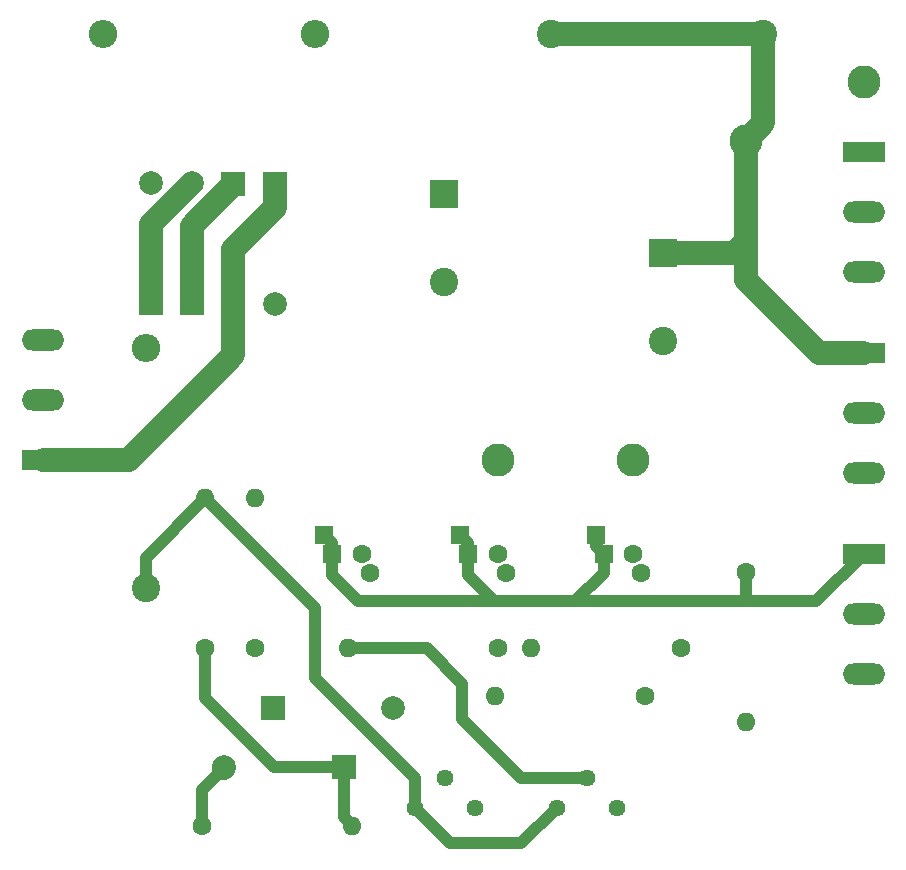
<source format=gbr>
G04 #@! TF.GenerationSoftware,KiCad,Pcbnew,(6.0.0-0)*
G04 #@! TF.CreationDate,2022-01-15T15:56:32+00:00*
G04 #@! TF.ProjectId,PowerSupply,506f7765-7253-4757-9070-6c792e6b6963,rev?*
G04 #@! TF.SameCoordinates,Original*
G04 #@! TF.FileFunction,Copper,L1,Top*
G04 #@! TF.FilePolarity,Positive*
%FSLAX46Y46*%
G04 Gerber Fmt 4.6, Leading zero omitted, Abs format (unit mm)*
G04 Created by KiCad (PCBNEW (6.0.0-0)) date 2022-01-15 15:56:32*
%MOMM*%
%LPD*%
G01*
G04 APERTURE LIST*
G04 #@! TA.AperFunction,ComponentPad*
%ADD10R,3.600000X1.800000*%
G04 #@! TD*
G04 #@! TA.AperFunction,ComponentPad*
%ADD11O,3.600000X1.800000*%
G04 #@! TD*
G04 #@! TA.AperFunction,ComponentPad*
%ADD12R,1.998980X1.998980*%
G04 #@! TD*
G04 #@! TA.AperFunction,ComponentPad*
%ADD13C,1.998980*%
G04 #@! TD*
G04 #@! TA.AperFunction,ComponentPad*
%ADD14C,2.800000*%
G04 #@! TD*
G04 #@! TA.AperFunction,ComponentPad*
%ADD15R,2.400000X2.400000*%
G04 #@! TD*
G04 #@! TA.AperFunction,ComponentPad*
%ADD16C,2.400000*%
G04 #@! TD*
G04 #@! TA.AperFunction,ComponentPad*
%ADD17O,2.400000X2.400000*%
G04 #@! TD*
G04 #@! TA.AperFunction,ComponentPad*
%ADD18R,1.600000X1.600000*%
G04 #@! TD*
G04 #@! TA.AperFunction,ComponentPad*
%ADD19C,1.600000*%
G04 #@! TD*
G04 #@! TA.AperFunction,ComponentPad*
%ADD20O,1.600000X1.600000*%
G04 #@! TD*
G04 #@! TA.AperFunction,ComponentPad*
%ADD21C,1.440000*%
G04 #@! TD*
G04 #@! TA.AperFunction,Conductor*
%ADD22C,1.000000*%
G04 #@! TD*
G04 #@! TA.AperFunction,Conductor*
%ADD23C,2.000000*%
G04 #@! TD*
G04 APERTURE END LIST*
D10*
X129000000Y-53000000D03*
D11*
X129000000Y-58080000D03*
X129000000Y-63160000D03*
D10*
X129000000Y-70000000D03*
D11*
X129000000Y-75080000D03*
X129000000Y-80160000D03*
D10*
X129000000Y-87000000D03*
D11*
X129000000Y-92080000D03*
X129000000Y-97160000D03*
D12*
X79138060Y-55712480D03*
D13*
X79138060Y-65872480D03*
D12*
X68632980Y-65712480D03*
D13*
X68632980Y-55552480D03*
D12*
X75638060Y-55712480D03*
D13*
X75638060Y-65872480D03*
D12*
X72132980Y-65712480D03*
D13*
X72132980Y-55552480D03*
D14*
X129000000Y-47000000D03*
X119000000Y-52000000D03*
D15*
X93500000Y-56500000D03*
D16*
X93500000Y-64000000D03*
D15*
X112000000Y-61500000D03*
D16*
X112000000Y-69000000D03*
X102500000Y-43000000D03*
X120500000Y-43000000D03*
D17*
X64620000Y-43000000D03*
X82500000Y-43000000D03*
D10*
X59500000Y-79000000D03*
D11*
X59500000Y-73920000D03*
X59500000Y-68840000D03*
D18*
X106329063Y-85400000D03*
X107000000Y-87000000D03*
D19*
X109500000Y-87000000D03*
X110170937Y-88600000D03*
D18*
X95500000Y-87000000D03*
X94829063Y-85400000D03*
D19*
X98670937Y-88600000D03*
X98000000Y-87000000D03*
D18*
X83329063Y-85400000D03*
X84000000Y-87000000D03*
D19*
X87170937Y-88600000D03*
X86500000Y-87000000D03*
D16*
X68200000Y-89916000D03*
D17*
X68200000Y-69596000D03*
D19*
X98000000Y-95000000D03*
D20*
X85300000Y-95000000D03*
D12*
X85000000Y-105002540D03*
D13*
X74840000Y-105002540D03*
D12*
X79000000Y-99997460D03*
D13*
X89160000Y-99997460D03*
D19*
X77500000Y-95000000D03*
D20*
X77500000Y-82300000D03*
D19*
X110500000Y-99000000D03*
D20*
X97800000Y-99000000D03*
D19*
X113500000Y-95000000D03*
D20*
X100800000Y-95000000D03*
D14*
X109500000Y-79000000D03*
X98000000Y-79000000D03*
D19*
X73000000Y-110000000D03*
D20*
X85700000Y-110000000D03*
D19*
X73250000Y-95000000D03*
D20*
X73250000Y-82300000D03*
D19*
X119000000Y-88500000D03*
D20*
X119000000Y-101200000D03*
D21*
X91000000Y-108500000D03*
X93540000Y-105960000D03*
X96080000Y-108500000D03*
X103000000Y-108500000D03*
X105540000Y-105960000D03*
X108080000Y-108500000D03*
D22*
X100000000Y-111500000D02*
X103000000Y-108500000D01*
X91000000Y-108500000D02*
X94000000Y-111500000D01*
X94000000Y-111500000D02*
X100000000Y-111500000D01*
X82500000Y-97500000D02*
X91000000Y-106000000D01*
X73250000Y-82300000D02*
X82500000Y-91550000D01*
X68200000Y-89916000D02*
X68200000Y-87350000D01*
X68200000Y-87350000D02*
X73250000Y-82300000D01*
X82500000Y-91550000D02*
X82500000Y-97500000D01*
X91000000Y-106000000D02*
X91000000Y-108500000D01*
X92000000Y-95000000D02*
X95000000Y-98000000D01*
X95000000Y-98000000D02*
X95000000Y-101000000D01*
X95000000Y-101000000D02*
X99960000Y-105960000D01*
X99960000Y-105960000D02*
X105540000Y-105960000D01*
X85300000Y-95000000D02*
X92000000Y-95000000D01*
X85000000Y-109300000D02*
X85700000Y-110000000D01*
X85000000Y-105002540D02*
X85000000Y-109300000D01*
X73250000Y-99158000D02*
X79094540Y-105002540D01*
X73250000Y-95000000D02*
X73250000Y-99158000D01*
X79094540Y-105002540D02*
X85000000Y-105002540D01*
D23*
X75638060Y-61209940D02*
X79138060Y-57709940D01*
X79138060Y-57709940D02*
X79138060Y-55712480D01*
X66796000Y-79000000D02*
X75638060Y-70157940D01*
X75638060Y-70157940D02*
X75638060Y-66605402D01*
X59500000Y-79000000D02*
X66796000Y-79000000D01*
X75638060Y-65872480D02*
X75638060Y-61209940D01*
X75638060Y-66605402D02*
X75638060Y-65872480D01*
X72132980Y-59217560D02*
X75638060Y-55712480D01*
X72132980Y-65712480D02*
X72132980Y-59217560D01*
X125200000Y-70000000D02*
X129000000Y-70000000D01*
X119000000Y-63800000D02*
X125200000Y-70000000D01*
X112000000Y-61500000D02*
X118000000Y-61500000D01*
X119000000Y-52000000D02*
X119000000Y-60500000D01*
X120500000Y-43000000D02*
X120500000Y-50500000D01*
X118000000Y-61500000D02*
X119000000Y-60500000D01*
X120500000Y-50500000D02*
X119000000Y-52000000D01*
X119000000Y-60500000D02*
X119000000Y-63800000D01*
X120500000Y-43000000D02*
X102500000Y-43000000D01*
D22*
X125000000Y-91000000D02*
X129000000Y-87000000D01*
X106329063Y-85400000D02*
X106329063Y-86329063D01*
X84000000Y-87000000D02*
X84000000Y-86070937D01*
X106329063Y-86329063D02*
X107000000Y-87000000D01*
X84000000Y-86070937D02*
X83329063Y-85400000D01*
X97700000Y-91000000D02*
X86200000Y-91000000D01*
X86200000Y-91000000D02*
X84000000Y-88800000D01*
X84000000Y-88800000D02*
X84000000Y-87000000D01*
X95500000Y-87000000D02*
X95500000Y-86070937D01*
X95500000Y-86070937D02*
X94829063Y-85400000D01*
X97700000Y-91000000D02*
X95500000Y-88800000D01*
X104720002Y-91000000D02*
X97700000Y-91000000D01*
X95500000Y-88800000D02*
X95500000Y-87000000D01*
X119000000Y-88500000D02*
X119000000Y-91000000D01*
X119000000Y-91000000D02*
X125000000Y-91000000D01*
X104580000Y-91000000D02*
X107000000Y-88580000D01*
X107000000Y-88580000D02*
X107000000Y-87000000D01*
X119000000Y-91000000D02*
X104580000Y-91000000D01*
D23*
X68632980Y-59052480D02*
X72132980Y-55552480D01*
X68632980Y-65712480D02*
X68632980Y-59052480D01*
X74840000Y-105002540D02*
X74840000Y-105160000D01*
D22*
X73000000Y-107000000D02*
X73000000Y-110000000D01*
X74840000Y-105160000D02*
X73000000Y-107000000D01*
M02*

</source>
